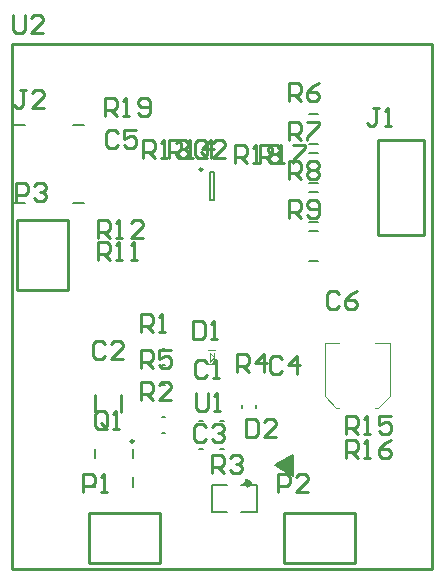
<source format=gto>
G04 Layer_Color=15132400*
%FSLAX25Y25*%
%MOIN*%
G70*
G01*
G75*
%ADD36C,0.01969*%
%ADD38C,0.01000*%
%ADD51C,0.00984*%
%ADD52C,0.00394*%
%ADD53C,0.00800*%
%ADD54C,0.00787*%
%ADD55C,0.00551*%
%ADD56C,0.00400*%
%ADD57C,0.00600*%
G36*
X193500Y131000D02*
X187500Y134500D01*
X193500Y138000D01*
Y131000D01*
D02*
G37*
D36*
X179000Y128500D02*
G03*
X179000Y128500I-500J0D01*
G01*
D38*
X221815Y211252D02*
X237465D01*
Y242748D01*
X221815D02*
X237465D01*
X221815Y211252D02*
Y242748D01*
X190694Y101787D02*
X214295D01*
Y118500D01*
X190694D02*
X214295D01*
X190694Y101787D02*
Y118500D01*
X125695Y101787D02*
X149294D01*
Y118500D01*
X125695D02*
X149294D01*
X125695Y101787D02*
Y118500D01*
X101787Y192706D02*
Y216305D01*
Y192706D02*
X118500D01*
Y216305D01*
X101787D02*
X118500D01*
X136200Y152300D02*
Y157800D01*
X127800Y152300D02*
Y157800D01*
X100000Y100000D02*
X240000D01*
X100000D02*
Y275000D01*
X240000Y100000D02*
Y275000D01*
X100000D02*
X240000D01*
X104499Y259598D02*
X102499D01*
X103499D01*
Y254600D01*
X102499Y253600D01*
X101500D01*
X100500Y254600D01*
X110497Y253600D02*
X106498D01*
X110497Y257599D01*
Y258598D01*
X109497Y259598D01*
X107498D01*
X106498Y258598D01*
X222399Y253498D02*
X220399D01*
X221399D01*
Y248500D01*
X220399Y247500D01*
X219400D01*
X218400Y248500D01*
X224398Y247500D02*
X226397D01*
X225398D01*
Y253498D01*
X224398Y252498D01*
X208999Y191598D02*
X207999Y192598D01*
X206000D01*
X205000Y191598D01*
Y187600D01*
X206000Y186600D01*
X207999D01*
X208999Y187600D01*
X214997Y192598D02*
X212997Y191598D01*
X210998Y189599D01*
Y187600D01*
X211998Y186600D01*
X213997D01*
X214997Y187600D01*
Y188599D01*
X213997Y189599D01*
X210998D01*
X188550Y125550D02*
Y131548D01*
X191549D01*
X192549Y130548D01*
Y128549D01*
X191549Y127549D01*
X188550D01*
X198547Y125550D02*
X194548D01*
X198547Y129549D01*
Y130548D01*
X197547Y131548D01*
X195548D01*
X194548Y130548D01*
X123550Y125550D02*
Y131548D01*
X126549D01*
X127549Y130548D01*
Y128549D01*
X126549Y127549D01*
X123550D01*
X129548Y125550D02*
X131547D01*
X130548D01*
Y131548D01*
X129548Y130548D01*
X101400Y222500D02*
Y228498D01*
X104399D01*
X105399Y227498D01*
Y225499D01*
X104399Y224499D01*
X101400D01*
X107398Y227498D02*
X108398Y228498D01*
X110397D01*
X111397Y227498D01*
Y226499D01*
X110397Y225499D01*
X109397D01*
X110397D01*
X111397Y224499D01*
Y223500D01*
X110397Y222500D01*
X108398D01*
X107398Y223500D01*
X142900Y178700D02*
Y184698D01*
X145899D01*
X146899Y183698D01*
Y181699D01*
X145899Y180699D01*
X142900D01*
X144899D02*
X146899Y178700D01*
X148898D02*
X150897D01*
X149898D01*
Y184698D01*
X148898Y183698D01*
X142900Y156200D02*
Y162198D01*
X145899D01*
X146899Y161198D01*
Y159199D01*
X145899Y158199D01*
X142900D01*
X144899D02*
X146899Y156200D01*
X152897D02*
X148898D01*
X152897Y160199D01*
Y161198D01*
X151897Y162198D01*
X149898D01*
X148898Y161198D01*
X161350Y158648D02*
Y153650D01*
X162350Y152650D01*
X164349D01*
X165349Y153650D01*
Y158648D01*
X167348Y152650D02*
X169347D01*
X168348D01*
Y158648D01*
X167348Y157648D01*
X164999Y168498D02*
X163999Y169498D01*
X162000D01*
X161000Y168498D01*
Y164500D01*
X162000Y163500D01*
X163999D01*
X164999Y164500D01*
X166998Y163500D02*
X168997D01*
X167998D01*
Y169498D01*
X166998Y168498D01*
X166600Y131800D02*
Y137798D01*
X169599D01*
X170599Y136798D01*
Y134799D01*
X169599Y133799D01*
X166600D01*
X168599D02*
X170599Y131800D01*
X172598Y136798D02*
X173598Y137798D01*
X175597D01*
X176597Y136798D01*
Y135799D01*
X175597Y134799D01*
X174597D01*
X175597D01*
X176597Y133799D01*
Y132800D01*
X175597Y131800D01*
X173598D01*
X172598Y132800D01*
X131699Y147400D02*
Y151398D01*
X130699Y152398D01*
X128700D01*
X127700Y151398D01*
Y147400D01*
X128700Y146400D01*
X130699D01*
X129699Y148399D02*
X131699Y146400D01*
X130699D02*
X131699Y147400D01*
X133698Y146400D02*
X135697D01*
X134698D01*
Y152398D01*
X133698Y151398D01*
X160400Y182498D02*
Y176500D01*
X163399D01*
X164399Y177500D01*
Y181498D01*
X163399Y182498D01*
X160400D01*
X166398Y176500D02*
X168397D01*
X167398D01*
Y182498D01*
X166398Y181498D01*
X175000Y165400D02*
Y171398D01*
X177999D01*
X178999Y170398D01*
Y168399D01*
X177999Y167399D01*
X175000D01*
X176999D02*
X178999Y165400D01*
X183997D02*
Y171398D01*
X180998Y168399D01*
X184997D01*
X142900Y166700D02*
Y172698D01*
X145899D01*
X146899Y171698D01*
Y169699D01*
X145899Y168699D01*
X142900D01*
X144899D02*
X146899Y166700D01*
X152897Y172698D02*
X148898D01*
Y169699D01*
X150897Y170699D01*
X151897D01*
X152897Y169699D01*
Y167700D01*
X151897Y166700D01*
X149898D01*
X148898Y167700D01*
X130999Y174998D02*
X129999Y175998D01*
X128000D01*
X127000Y174998D01*
Y171000D01*
X128000Y170000D01*
X129999D01*
X130999Y171000D01*
X136997Y170000D02*
X132998D01*
X136997Y173999D01*
Y174998D01*
X135997Y175998D01*
X133998D01*
X132998Y174998D01*
X164699Y147298D02*
X163699Y148298D01*
X161700D01*
X160700Y147298D01*
Y143300D01*
X161700Y142300D01*
X163699D01*
X164699Y143300D01*
X166698Y147298D02*
X167698Y148298D01*
X169697D01*
X170697Y147298D01*
Y146299D01*
X169697Y145299D01*
X168697D01*
X169697D01*
X170697Y144299D01*
Y143300D01*
X169697Y142300D01*
X167698D01*
X166698Y143300D01*
X178000Y149698D02*
Y143700D01*
X180999D01*
X181999Y144700D01*
Y148698D01*
X180999Y149698D01*
X178000D01*
X187997Y143700D02*
X183998D01*
X187997Y147699D01*
Y148698D01*
X186997Y149698D01*
X184998D01*
X183998Y148698D01*
X189999Y169798D02*
X188999Y170798D01*
X187000D01*
X186000Y169798D01*
Y165800D01*
X187000Y164800D01*
X188999D01*
X189999Y165800D01*
X194997Y164800D02*
Y170798D01*
X191998Y167799D01*
X195997D01*
X192300Y255900D02*
Y261898D01*
X195299D01*
X196299Y260898D01*
Y258899D01*
X195299Y257899D01*
X192300D01*
X194299D02*
X196299Y255900D01*
X202297Y261898D02*
X200297Y260898D01*
X198298Y258899D01*
Y256900D01*
X199298Y255900D01*
X201297D01*
X202297Y256900D01*
Y257899D01*
X201297Y258899D01*
X198298D01*
X192300Y242900D02*
Y248898D01*
X195299D01*
X196299Y247898D01*
Y245899D01*
X195299Y244899D01*
X192300D01*
X194299D02*
X196299Y242900D01*
X198298Y248898D02*
X202297D01*
Y247898D01*
X198298Y243900D01*
Y242900D01*
X192300Y229900D02*
Y235898D01*
X195299D01*
X196299Y234898D01*
Y232899D01*
X195299Y231899D01*
X192300D01*
X194299D02*
X196299Y229900D01*
X198298Y234898D02*
X199298Y235898D01*
X201297D01*
X202297Y234898D01*
Y233899D01*
X201297Y232899D01*
X202297Y231899D01*
Y230900D01*
X201297Y229900D01*
X199298D01*
X198298Y230900D01*
Y231899D01*
X199298Y232899D01*
X198298Y233899D01*
Y234898D01*
X199298Y232899D02*
X201297D01*
X192300Y216900D02*
Y222898D01*
X195299D01*
X196299Y221898D01*
Y219899D01*
X195299Y218899D01*
X192300D01*
X194299D02*
X196299Y216900D01*
X198298Y217900D02*
X199298Y216900D01*
X201297D01*
X202297Y217900D01*
Y221898D01*
X201297Y222898D01*
X199298D01*
X198298Y221898D01*
Y220899D01*
X199298Y219899D01*
X202297D01*
X100450Y284448D02*
Y279450D01*
X101450Y278450D01*
X103449D01*
X104449Y279450D01*
Y284448D01*
X110447Y278450D02*
X106448D01*
X110447Y282449D01*
Y283448D01*
X109447Y284448D01*
X107448D01*
X106448Y283448D01*
X128750Y210350D02*
Y216348D01*
X131749D01*
X132749Y215348D01*
Y213349D01*
X131749Y212349D01*
X128750D01*
X130749D02*
X132749Y210350D01*
X134748D02*
X136747D01*
X135748D01*
Y216348D01*
X134748Y215348D01*
X143745Y210350D02*
X139746D01*
X143745Y214349D01*
Y215348D01*
X142745Y216348D01*
X140746D01*
X139746Y215348D01*
X128750Y202850D02*
Y208848D01*
X131749D01*
X132749Y207848D01*
Y205849D01*
X131749Y204849D01*
X128750D01*
X130749D02*
X132749Y202850D01*
X134748D02*
X136747D01*
X135748D01*
Y208848D01*
X134748Y207848D01*
X139746Y202850D02*
X141746D01*
X140746D01*
Y208848D01*
X139746Y207848D01*
X165049Y237950D02*
Y241948D01*
X164049Y242948D01*
X162050D01*
X161050Y241948D01*
Y237950D01*
X162050Y236950D01*
X164049D01*
X163049Y238949D02*
X165049Y236950D01*
X164049D02*
X165049Y237950D01*
X171047Y236950D02*
X167048D01*
X171047Y240949D01*
Y241948D01*
X170047Y242948D01*
X168048D01*
X167048Y241948D01*
X143700Y236800D02*
Y242798D01*
X146699D01*
X147699Y241798D01*
Y239799D01*
X146699Y238799D01*
X143700D01*
X145699D02*
X147699Y236800D01*
X149698D02*
X151697D01*
X150698D01*
Y242798D01*
X149698Y241798D01*
X154696D02*
X155696Y242798D01*
X157695D01*
X158695Y241798D01*
Y240799D01*
X157695Y239799D01*
X156696D01*
X157695D01*
X158695Y238799D01*
Y237800D01*
X157695Y236800D01*
X155696D01*
X154696Y237800D01*
X152200Y236800D02*
Y242798D01*
X155199D01*
X156199Y241798D01*
Y239799D01*
X155199Y238799D01*
X152200D01*
X154199D02*
X156199Y236800D01*
X158198D02*
X160197D01*
X159198D01*
Y242798D01*
X158198Y241798D01*
X166195Y236800D02*
Y242798D01*
X163196Y239799D01*
X167195D01*
X211250Y136850D02*
Y142848D01*
X214249D01*
X215249Y141848D01*
Y139849D01*
X214249Y138849D01*
X211250D01*
X213249D02*
X215249Y136850D01*
X217248D02*
X219247D01*
X218248D01*
Y142848D01*
X217248Y141848D01*
X226245Y142848D02*
X224246Y141848D01*
X222246Y139849D01*
Y137850D01*
X223246Y136850D01*
X225245D01*
X226245Y137850D01*
Y138849D01*
X225245Y139849D01*
X222246D01*
X211250Y144850D02*
Y150848D01*
X214249D01*
X215249Y149848D01*
Y147849D01*
X214249Y146849D01*
X211250D01*
X213249D02*
X215249Y144850D01*
X217248D02*
X219247D01*
X218248D01*
Y150848D01*
X217248Y149848D01*
X226245Y150848D02*
X222246D01*
Y147849D01*
X224246Y148849D01*
X225245D01*
X226245Y147849D01*
Y145850D01*
X225245Y144850D01*
X223246D01*
X222246Y145850D01*
X182700Y235300D02*
Y241298D01*
X185699D01*
X186699Y240298D01*
Y238299D01*
X185699Y237299D01*
X182700D01*
X184699D02*
X186699Y235300D01*
X188698D02*
X190697D01*
X189698D01*
Y241298D01*
X188698Y240298D01*
X193696Y241298D02*
X197695D01*
Y240298D01*
X193696Y236300D01*
Y235300D01*
X174200D02*
Y241298D01*
X177199D01*
X178199Y240298D01*
Y238299D01*
X177199Y237299D01*
X174200D01*
X176199D02*
X178199Y235300D01*
X180198D02*
X182197D01*
X181198D01*
Y241298D01*
X180198Y240298D01*
X185196D02*
X186196Y241298D01*
X188196D01*
X189195Y240298D01*
Y239299D01*
X188196Y238299D01*
X189195Y237299D01*
Y236300D01*
X188196Y235300D01*
X186196D01*
X185196Y236300D01*
Y237299D01*
X186196Y238299D01*
X185196Y239299D01*
Y240298D01*
X186196Y238299D02*
X188196D01*
X131050Y250950D02*
Y256948D01*
X134049D01*
X135049Y255948D01*
Y253949D01*
X134049Y252949D01*
X131050D01*
X133049D02*
X135049Y250950D01*
X137048D02*
X139047D01*
X138048D01*
Y256948D01*
X137048Y255948D01*
X142046Y251950D02*
X143046Y250950D01*
X145045D01*
X146045Y251950D01*
Y255948D01*
X145045Y256948D01*
X143046D01*
X142046Y255948D01*
Y254949D01*
X143046Y253949D01*
X146045D01*
X135399Y245298D02*
X134399Y246298D01*
X132400D01*
X131400Y245298D01*
Y241300D01*
X132400Y240300D01*
X134399D01*
X135399Y241300D01*
X141397Y246298D02*
X137398D01*
Y243299D01*
X139397Y244299D01*
X140397D01*
X141397Y243299D01*
Y241300D01*
X140397Y240300D01*
X138398D01*
X137398Y241300D01*
D51*
X140492Y142400D02*
G03*
X140492Y142400I-492J0D01*
G01*
X163449Y233012D02*
G03*
X163449Y233012I-492J0D01*
G01*
D52*
X160988Y149224D02*
G03*
X160988Y149224I-197J0D01*
G01*
X204173Y164500D02*
Y175327D01*
X209095D01*
X220905D02*
X225827D01*
X220905Y153673D02*
X221890D01*
X225827Y157610D01*
Y175327D01*
X204173Y157610D02*
X208110Y153673D01*
X204173Y157610D02*
Y165484D01*
X208110Y153673D02*
X209095D01*
X165220Y168138D02*
X167780D01*
X165220Y172862D02*
X167780D01*
D53*
X100467Y243000D02*
Y248000D01*
X104466D01*
X120466D02*
X123967D01*
X120466Y222000D02*
X123967D01*
X100467D02*
X104466D01*
X100467D02*
Y243758D01*
D54*
X127760Y136835D02*
Y140004D01*
X140240Y136835D02*
Y140004D01*
X127760Y127355D02*
Y130800D01*
X140200Y127155D02*
Y130600D01*
X150106Y167842D02*
X150894D01*
X150106Y173158D02*
X150894D01*
X150106Y145343D02*
X150894D01*
X150106Y150657D02*
X150894D01*
X162366Y149224D02*
X163528D01*
X169472D02*
X170634D01*
X169472Y139776D02*
X170634D01*
X162366D02*
X163528D01*
X176539Y153606D02*
Y154394D01*
X181461Y153606D02*
Y154394D01*
X150106Y161158D02*
X150894D01*
X150106Y155842D02*
X150894D01*
X187500Y134500D02*
X193500Y138000D01*
Y133000D02*
Y138000D01*
Y131000D02*
Y133000D01*
X187500Y134500D02*
X193500Y131000D01*
X198925Y241579D02*
X202075D01*
X198925Y251421D02*
X202075D01*
X198925Y228579D02*
X202075D01*
X198925Y238421D02*
X202075D01*
X198925Y215579D02*
X202075D01*
X198925Y225421D02*
X202075D01*
X198925Y202579D02*
X202075D01*
X198925Y212421D02*
X202075D01*
D55*
X166500Y119000D02*
X171638D01*
X176362Y128000D02*
X181500D01*
X176362Y119000D02*
X181500D01*
Y128000D01*
X166500D02*
X171638D01*
X166500Y119000D02*
Y128000D01*
D56*
X167287Y169024D02*
Y171976D01*
X165811Y169024D02*
X167287Y170500D01*
X165811Y171976D02*
X167287Y170500D01*
X165811Y169024D02*
Y171976D01*
D57*
X167189Y222776D02*
Y232224D01*
X165811Y222776D02*
Y232224D01*
Y222776D02*
X167189D01*
X165811Y232224D02*
X167189D01*
M02*

</source>
